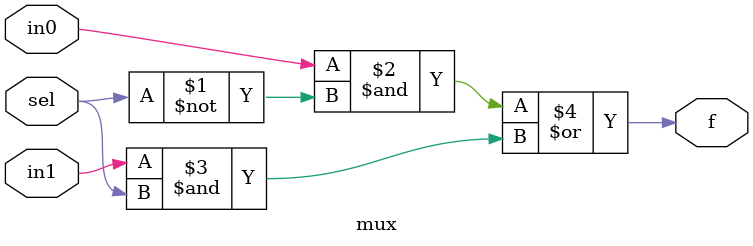
<source format=v>
/***************************************************
* File: mux.v
* Author: Benjamin Morgan
* Class: EE 271
* Module: mux
* Description: A simple 2 to 1 multiplexor circuit
****************************************************/

module mux(f, in0, in1, sel);
    output f;
    input in0, in1, sel;
    assign f = (in0 & ~sel) | (in1 & sel);
endmodule
</source>
